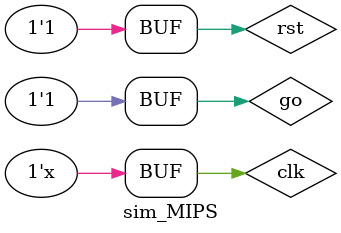
<source format=v>
`timescale 1ns / 1ps


module sim_MIPS();
    reg clk, rst, go;
    wire[7:0] seg, an;
    initial begin
        clk = 0;
        rst = 0;
        go = 0;
    end
    always#1 clk <= ~clk;
    always#2000 go <= 1;
    always#5000 rst <= 1;
    MIPS sim_MIPS(clk, rst, go, seg, an);
endmodule

</source>
